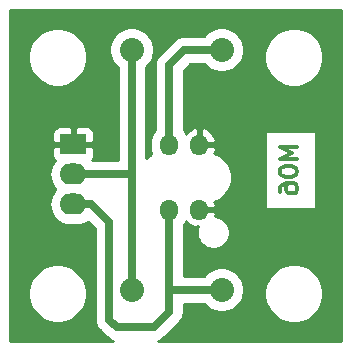
<source format=gbr>
%TF.GenerationSoftware,KiCad,Pcbnew,(5.1.10)-1*%
%TF.CreationDate,2021-10-24T18:36:42-03:00*%
%TF.ProjectId,Modulo_seguidor1,4d6f6475-6c6f-45f7-9365-677569646f72,rev?*%
%TF.SameCoordinates,Original*%
%TF.FileFunction,Copper,L2,Bot*%
%TF.FilePolarity,Positive*%
%FSLAX46Y46*%
G04 Gerber Fmt 4.6, Leading zero omitted, Abs format (unit mm)*
G04 Created by KiCad (PCBNEW (5.1.10)-1) date 2021-10-24 18:36:42*
%MOMM*%
%LPD*%
G01*
G04 APERTURE LIST*
%TA.AperFunction,NonConductor*%
%ADD10C,0.300000*%
%TD*%
%TA.AperFunction,ComponentPad*%
%ADD11O,2.032000X2.032000*%
%TD*%
%TA.AperFunction,ComponentPad*%
%ADD12C,2.032000*%
%TD*%
%TA.AperFunction,ComponentPad*%
%ADD13O,1.524000X1.778000*%
%TD*%
%TA.AperFunction,ComponentPad*%
%ADD14R,2.286000X1.778000*%
%TD*%
%TA.AperFunction,ComponentPad*%
%ADD15O,2.286000X1.778000*%
%TD*%
%TA.AperFunction,Conductor*%
%ADD16C,0.635000*%
%TD*%
%TA.AperFunction,Conductor*%
%ADD17C,0.254000*%
%TD*%
%TA.AperFunction,Conductor*%
%ADD18C,0.100000*%
%TD*%
G04 APERTURE END LIST*
D10*
X135298571Y-87606428D02*
X133798571Y-87606428D01*
X134870000Y-88106428D01*
X133798571Y-88606428D01*
X135298571Y-88606428D01*
X133798571Y-89606428D02*
X133798571Y-89749285D01*
X133870000Y-89892142D01*
X133941428Y-89963571D01*
X134084285Y-90035000D01*
X134370000Y-90106428D01*
X134727142Y-90106428D01*
X135012857Y-90035000D01*
X135155714Y-89963571D01*
X135227142Y-89892142D01*
X135298571Y-89749285D01*
X135298571Y-89606428D01*
X135227142Y-89463571D01*
X135155714Y-89392142D01*
X135012857Y-89320714D01*
X134727142Y-89249285D01*
X134370000Y-89249285D01*
X134084285Y-89320714D01*
X133941428Y-89392142D01*
X133870000Y-89463571D01*
X133798571Y-89606428D01*
X133798571Y-91392142D02*
X133798571Y-91106428D01*
X133870000Y-90963571D01*
X133941428Y-90892142D01*
X134155714Y-90749285D01*
X134441428Y-90677857D01*
X135012857Y-90677857D01*
X135155714Y-90749285D01*
X135227142Y-90820714D01*
X135298571Y-90963571D01*
X135298571Y-91249285D01*
X135227142Y-91392142D01*
X135155714Y-91463571D01*
X135012857Y-91535000D01*
X134655714Y-91535000D01*
X134512857Y-91463571D01*
X134441428Y-91392142D01*
X134370000Y-91249285D01*
X134370000Y-90963571D01*
X134441428Y-90820714D01*
X134512857Y-90749285D01*
X134655714Y-90677857D01*
D11*
%TO.P,R2,2*%
%TO.N,Net-(P1-Pad3)*%
X128905000Y-99695000D03*
D12*
%TO.P,R2,1*%
%TO.N,Net-(P1-Pad2)*%
X121285000Y-99695000D03*
%TD*%
D13*
%TO.P,U1,CATH*%
%TO.N,GND*%
X127000000Y-87420000D03*
%TO.P,U1,A*%
%TO.N,Net-(R1-Pad2)*%
X124460000Y-87420000D03*
%TO.P,U1,E*%
%TO.N,GND*%
X127000000Y-92920000D03*
%TO.P,U1,COLL*%
%TO.N,Net-(P1-Pad3)*%
X124460000Y-92920000D03*
%TD*%
D11*
%TO.P,R1,2*%
%TO.N,Net-(R1-Pad2)*%
X128905000Y-79375000D03*
D12*
%TO.P,R1,1*%
%TO.N,Net-(P1-Pad2)*%
X121285000Y-79375000D03*
%TD*%
D14*
%TO.P,P1,1*%
%TO.N,GND*%
X116332000Y-87376000D03*
D15*
%TO.P,P1,2*%
%TO.N,Net-(P1-Pad2)*%
X116332000Y-89916000D03*
%TO.P,P1,3*%
%TO.N,Net-(P1-Pad3)*%
X116332000Y-92456000D03*
%TD*%
D16*
%TO.N,Net-(P1-Pad2)*%
X121031000Y-89916000D02*
X121285000Y-90170000D01*
X116332000Y-89916000D02*
X121031000Y-89916000D01*
X121285000Y-90170000D02*
X121285000Y-79375000D01*
X121285000Y-99695000D02*
X121285000Y-90170000D01*
%TO.N,Net-(P1-Pad3)*%
X124460000Y-92920000D02*
X124460000Y-99695000D01*
X124460000Y-99695000D02*
X128905000Y-99695000D01*
X124460000Y-101600000D02*
X124460000Y-99695000D01*
X123190000Y-102870000D02*
X124460000Y-101600000D01*
X120015000Y-102870000D02*
X123190000Y-102870000D01*
X119380000Y-102235000D02*
X120015000Y-102870000D01*
X119380000Y-93980000D02*
X119380000Y-102235000D01*
X117856000Y-92456000D02*
X119380000Y-93980000D01*
X116332000Y-92456000D02*
X117856000Y-92456000D01*
%TO.N,Net-(R1-Pad2)*%
X124460000Y-87420000D02*
X124460000Y-80645000D01*
X125730000Y-79375000D02*
X128905000Y-79375000D01*
X124460000Y-80645000D02*
X125730000Y-79375000D01*
%TD*%
D17*
%TO.N,GND*%
X139036001Y-104036000D02*
X123502474Y-104036000D01*
X123653941Y-103990053D01*
X123863538Y-103878021D01*
X124047252Y-103727252D01*
X124085034Y-103681214D01*
X125271220Y-102495029D01*
X125317252Y-102457252D01*
X125468021Y-102273538D01*
X125580053Y-102063941D01*
X125649042Y-101836515D01*
X125666500Y-101659263D01*
X125666500Y-101659262D01*
X125672337Y-101600001D01*
X125666500Y-101540740D01*
X125666500Y-100901500D01*
X127420034Y-100901500D01*
X127425290Y-100909366D01*
X127690634Y-101174710D01*
X128002644Y-101383189D01*
X128349332Y-101526791D01*
X128717374Y-101600000D01*
X129092626Y-101600000D01*
X129460668Y-101526791D01*
X129807356Y-101383189D01*
X130119366Y-101174710D01*
X130384710Y-100909366D01*
X130593189Y-100597356D01*
X130736791Y-100250668D01*
X130810000Y-99882626D01*
X130810000Y-99754855D01*
X132511000Y-99754855D01*
X132511000Y-100245145D01*
X132606651Y-100726014D01*
X132794277Y-101178984D01*
X133066668Y-101586645D01*
X133413355Y-101933332D01*
X133821016Y-102205723D01*
X134273986Y-102393349D01*
X134754855Y-102489000D01*
X135245145Y-102489000D01*
X135726014Y-102393349D01*
X136178984Y-102205723D01*
X136586645Y-101933332D01*
X136933332Y-101586645D01*
X137205723Y-101178984D01*
X137393349Y-100726014D01*
X137489000Y-100245145D01*
X137489000Y-99754855D01*
X137393349Y-99273986D01*
X137205723Y-98821016D01*
X136933332Y-98413355D01*
X136586645Y-98066668D01*
X136178984Y-97794277D01*
X135726014Y-97606651D01*
X135245145Y-97511000D01*
X134754855Y-97511000D01*
X134273986Y-97606651D01*
X133821016Y-97794277D01*
X133413355Y-98066668D01*
X133066668Y-98413355D01*
X132794277Y-98821016D01*
X132606651Y-99273986D01*
X132511000Y-99754855D01*
X130810000Y-99754855D01*
X130810000Y-99507374D01*
X130736791Y-99139332D01*
X130593189Y-98792644D01*
X130384710Y-98480634D01*
X130119366Y-98215290D01*
X129807356Y-98006811D01*
X129460668Y-97863209D01*
X129092626Y-97790000D01*
X128717374Y-97790000D01*
X128349332Y-97863209D01*
X128002644Y-98006811D01*
X127690634Y-98215290D01*
X127425290Y-98480634D01*
X127420034Y-98488500D01*
X125666500Y-98488500D01*
X125666500Y-94179362D01*
X125839398Y-93968684D01*
X125886834Y-93879937D01*
X125974151Y-93995285D01*
X126178864Y-94177197D01*
X126415132Y-94315676D01*
X126656930Y-94401220D01*
X126872998Y-94278721D01*
X126872998Y-94345749D01*
X126844378Y-94414844D01*
X126791000Y-94683195D01*
X126791000Y-94956805D01*
X126844378Y-95225156D01*
X126949084Y-95477938D01*
X127101093Y-95705436D01*
X127294564Y-95898907D01*
X127522062Y-96050916D01*
X127774844Y-96155622D01*
X128043195Y-96209000D01*
X128316805Y-96209000D01*
X128585156Y-96155622D01*
X128837938Y-96050916D01*
X129065436Y-95898907D01*
X129258907Y-95705436D01*
X129410916Y-95477938D01*
X129515622Y-95225156D01*
X129569000Y-94956805D01*
X129569000Y-94683195D01*
X129515622Y-94414844D01*
X129410916Y-94162062D01*
X129258907Y-93934564D01*
X129065436Y-93741093D01*
X128837938Y-93589084D01*
X128585156Y-93484378D01*
X128335647Y-93434748D01*
X128379801Y-93265539D01*
X128238250Y-93047000D01*
X127127000Y-93047000D01*
X127127000Y-93067000D01*
X126873000Y-93067000D01*
X126873000Y-93047000D01*
X126853000Y-93047000D01*
X126853000Y-92793000D01*
X126873000Y-92793000D01*
X126873000Y-92773000D01*
X127127000Y-92773000D01*
X127127000Y-92793000D01*
X128238250Y-92793000D01*
X128379801Y-92574461D01*
X128310654Y-92309474D01*
X128267772Y-92221064D01*
X128643197Y-92065557D01*
X128993533Y-91831470D01*
X129291470Y-91533533D01*
X129525557Y-91183197D01*
X129686800Y-90793923D01*
X129769000Y-90380673D01*
X129769000Y-89959327D01*
X129686800Y-89546077D01*
X129525557Y-89156803D01*
X129291470Y-88806467D01*
X128993533Y-88508530D01*
X128643197Y-88274443D01*
X128267772Y-88118936D01*
X128310654Y-88030526D01*
X128379801Y-87765539D01*
X128238250Y-87547000D01*
X127127000Y-87547000D01*
X127127000Y-87567000D01*
X126873000Y-87567000D01*
X126873000Y-87547000D01*
X126853000Y-87547000D01*
X126853000Y-87293000D01*
X126873000Y-87293000D01*
X126873000Y-86061280D01*
X127127000Y-86061280D01*
X127127000Y-87293000D01*
X128238250Y-87293000D01*
X128379801Y-87074461D01*
X128310654Y-86809474D01*
X128191139Y-86563069D01*
X128025849Y-86344715D01*
X127874570Y-86210285D01*
X132576000Y-86210285D01*
X132576000Y-92859714D01*
X136904000Y-92859714D01*
X136904000Y-86210285D01*
X132576000Y-86210285D01*
X127874570Y-86210285D01*
X127821136Y-86162803D01*
X127584868Y-86024324D01*
X127343070Y-85938780D01*
X127127000Y-86061280D01*
X126873000Y-86061280D01*
X126656930Y-85938780D01*
X126415132Y-86024324D01*
X126178864Y-86162803D01*
X125974151Y-86344715D01*
X125886834Y-86460063D01*
X125839398Y-86371316D01*
X125666500Y-86160638D01*
X125666500Y-81144748D01*
X126229749Y-80581500D01*
X127420034Y-80581500D01*
X127425290Y-80589366D01*
X127690634Y-80854710D01*
X128002644Y-81063189D01*
X128349332Y-81206791D01*
X128717374Y-81280000D01*
X129092626Y-81280000D01*
X129460668Y-81206791D01*
X129807356Y-81063189D01*
X130119366Y-80854710D01*
X130384710Y-80589366D01*
X130593189Y-80277356D01*
X130736791Y-79930668D01*
X130771762Y-79754855D01*
X132511000Y-79754855D01*
X132511000Y-80245145D01*
X132606651Y-80726014D01*
X132794277Y-81178984D01*
X133066668Y-81586645D01*
X133413355Y-81933332D01*
X133821016Y-82205723D01*
X134273986Y-82393349D01*
X134754855Y-82489000D01*
X135245145Y-82489000D01*
X135726014Y-82393349D01*
X136178984Y-82205723D01*
X136586645Y-81933332D01*
X136933332Y-81586645D01*
X137205723Y-81178984D01*
X137393349Y-80726014D01*
X137489000Y-80245145D01*
X137489000Y-79754855D01*
X137393349Y-79273986D01*
X137205723Y-78821016D01*
X136933332Y-78413355D01*
X136586645Y-78066668D01*
X136178984Y-77794277D01*
X135726014Y-77606651D01*
X135245145Y-77511000D01*
X134754855Y-77511000D01*
X134273986Y-77606651D01*
X133821016Y-77794277D01*
X133413355Y-78066668D01*
X133066668Y-78413355D01*
X132794277Y-78821016D01*
X132606651Y-79273986D01*
X132511000Y-79754855D01*
X130771762Y-79754855D01*
X130810000Y-79562626D01*
X130810000Y-79187374D01*
X130736791Y-78819332D01*
X130593189Y-78472644D01*
X130384710Y-78160634D01*
X130119366Y-77895290D01*
X129807356Y-77686811D01*
X129460668Y-77543209D01*
X129092626Y-77470000D01*
X128717374Y-77470000D01*
X128349332Y-77543209D01*
X128002644Y-77686811D01*
X127690634Y-77895290D01*
X127425290Y-78160634D01*
X127420034Y-78168500D01*
X125789260Y-78168500D01*
X125729999Y-78162663D01*
X125670738Y-78168500D01*
X125670737Y-78168500D01*
X125493485Y-78185958D01*
X125266059Y-78254947D01*
X125056462Y-78366979D01*
X124872748Y-78517748D01*
X124834970Y-78563781D01*
X123648782Y-79749970D01*
X123602749Y-79787748D01*
X123564971Y-79833781D01*
X123451979Y-79971462D01*
X123339948Y-80181059D01*
X123270959Y-80408485D01*
X123247663Y-80645000D01*
X123253501Y-80704271D01*
X123253500Y-86160638D01*
X123080602Y-86371317D01*
X122927295Y-86658134D01*
X122832889Y-86969348D01*
X122809000Y-87211897D01*
X122809000Y-87628104D01*
X122832889Y-87870653D01*
X122927295Y-88181867D01*
X122947779Y-88220191D01*
X122816803Y-88274443D01*
X122491500Y-88491803D01*
X122491500Y-80859966D01*
X122499366Y-80854710D01*
X122764710Y-80589366D01*
X122973189Y-80277356D01*
X123116791Y-79930668D01*
X123190000Y-79562626D01*
X123190000Y-79187374D01*
X123116791Y-78819332D01*
X122973189Y-78472644D01*
X122764710Y-78160634D01*
X122499366Y-77895290D01*
X122187356Y-77686811D01*
X121840668Y-77543209D01*
X121472626Y-77470000D01*
X121097374Y-77470000D01*
X120729332Y-77543209D01*
X120382644Y-77686811D01*
X120070634Y-77895290D01*
X119805290Y-78160634D01*
X119596811Y-78472644D01*
X119453209Y-78819332D01*
X119380000Y-79187374D01*
X119380000Y-79562626D01*
X119453209Y-79930668D01*
X119596811Y-80277356D01*
X119805290Y-80589366D01*
X120070634Y-80854710D01*
X120078501Y-80859966D01*
X120078500Y-88709500D01*
X117931671Y-88709500D01*
X118005537Y-88619494D01*
X118064502Y-88509180D01*
X118100812Y-88389482D01*
X118113072Y-88265000D01*
X118110000Y-87661750D01*
X117951250Y-87503000D01*
X116459000Y-87503000D01*
X116459000Y-87523000D01*
X116205000Y-87523000D01*
X116205000Y-87503000D01*
X114712750Y-87503000D01*
X114554000Y-87661750D01*
X114550928Y-88265000D01*
X114563188Y-88389482D01*
X114599498Y-88509180D01*
X114658463Y-88619494D01*
X114737815Y-88716185D01*
X114752605Y-88728323D01*
X114592495Y-88923417D01*
X114427395Y-89232297D01*
X114325727Y-89567451D01*
X114291398Y-89916000D01*
X114325727Y-90264549D01*
X114427395Y-90599703D01*
X114592495Y-90908583D01*
X114814682Y-91179318D01*
X114822824Y-91186000D01*
X114814682Y-91192682D01*
X114592495Y-91463417D01*
X114427395Y-91772297D01*
X114325727Y-92107451D01*
X114291398Y-92456000D01*
X114325727Y-92804549D01*
X114427395Y-93139703D01*
X114592495Y-93448583D01*
X114814682Y-93719318D01*
X115085417Y-93941505D01*
X115394297Y-94106605D01*
X115729451Y-94208273D01*
X115990662Y-94234000D01*
X116673338Y-94234000D01*
X116934549Y-94208273D01*
X117269703Y-94106605D01*
X117578583Y-93941505D01*
X117609711Y-93915959D01*
X118173500Y-94479749D01*
X118173501Y-102175729D01*
X118167663Y-102235000D01*
X118190959Y-102471515D01*
X118259948Y-102698941D01*
X118371979Y-102908538D01*
X118483823Y-103044821D01*
X118522749Y-103092252D01*
X118568783Y-103130031D01*
X119119961Y-103681208D01*
X119157748Y-103727252D01*
X119341462Y-103878021D01*
X119551059Y-103990053D01*
X119702526Y-104036000D01*
X110964000Y-104036000D01*
X110964000Y-99754855D01*
X112511000Y-99754855D01*
X112511000Y-100245145D01*
X112606651Y-100726014D01*
X112794277Y-101178984D01*
X113066668Y-101586645D01*
X113413355Y-101933332D01*
X113821016Y-102205723D01*
X114273986Y-102393349D01*
X114754855Y-102489000D01*
X115245145Y-102489000D01*
X115726014Y-102393349D01*
X116178984Y-102205723D01*
X116586645Y-101933332D01*
X116933332Y-101586645D01*
X117205723Y-101178984D01*
X117393349Y-100726014D01*
X117489000Y-100245145D01*
X117489000Y-99754855D01*
X117393349Y-99273986D01*
X117205723Y-98821016D01*
X116933332Y-98413355D01*
X116586645Y-98066668D01*
X116178984Y-97794277D01*
X115726014Y-97606651D01*
X115245145Y-97511000D01*
X114754855Y-97511000D01*
X114273986Y-97606651D01*
X113821016Y-97794277D01*
X113413355Y-98066668D01*
X113066668Y-98413355D01*
X112794277Y-98821016D01*
X112606651Y-99273986D01*
X112511000Y-99754855D01*
X110964000Y-99754855D01*
X110964000Y-86487000D01*
X114550928Y-86487000D01*
X114554000Y-87090250D01*
X114712750Y-87249000D01*
X116205000Y-87249000D01*
X116205000Y-86010750D01*
X116459000Y-86010750D01*
X116459000Y-87249000D01*
X117951250Y-87249000D01*
X118110000Y-87090250D01*
X118113072Y-86487000D01*
X118100812Y-86362518D01*
X118064502Y-86242820D01*
X118005537Y-86132506D01*
X117926185Y-86035815D01*
X117829494Y-85956463D01*
X117719180Y-85897498D01*
X117599482Y-85861188D01*
X117475000Y-85848928D01*
X116617750Y-85852000D01*
X116459000Y-86010750D01*
X116205000Y-86010750D01*
X116046250Y-85852000D01*
X115189000Y-85848928D01*
X115064518Y-85861188D01*
X114944820Y-85897498D01*
X114834506Y-85956463D01*
X114737815Y-86035815D01*
X114658463Y-86132506D01*
X114599498Y-86242820D01*
X114563188Y-86362518D01*
X114550928Y-86487000D01*
X110964000Y-86487000D01*
X110964000Y-79754855D01*
X112511000Y-79754855D01*
X112511000Y-80245145D01*
X112606651Y-80726014D01*
X112794277Y-81178984D01*
X113066668Y-81586645D01*
X113413355Y-81933332D01*
X113821016Y-82205723D01*
X114273986Y-82393349D01*
X114754855Y-82489000D01*
X115245145Y-82489000D01*
X115726014Y-82393349D01*
X116178984Y-82205723D01*
X116586645Y-81933332D01*
X116933332Y-81586645D01*
X117205723Y-81178984D01*
X117393349Y-80726014D01*
X117489000Y-80245145D01*
X117489000Y-79754855D01*
X117393349Y-79273986D01*
X117205723Y-78821016D01*
X116933332Y-78413355D01*
X116586645Y-78066668D01*
X116178984Y-77794277D01*
X115726014Y-77606651D01*
X115245145Y-77511000D01*
X114754855Y-77511000D01*
X114273986Y-77606651D01*
X113821016Y-77794277D01*
X113413355Y-78066668D01*
X113066668Y-78413355D01*
X112794277Y-78821016D01*
X112606651Y-79273986D01*
X112511000Y-79754855D01*
X110964000Y-79754855D01*
X110964000Y-75964000D01*
X139036000Y-75964000D01*
X139036001Y-104036000D01*
%TA.AperFunction,Conductor*%
D18*
G36*
X139036001Y-104036000D02*
G01*
X123502474Y-104036000D01*
X123653941Y-103990053D01*
X123863538Y-103878021D01*
X124047252Y-103727252D01*
X124085034Y-103681214D01*
X125271220Y-102495029D01*
X125317252Y-102457252D01*
X125468021Y-102273538D01*
X125580053Y-102063941D01*
X125649042Y-101836515D01*
X125666500Y-101659263D01*
X125666500Y-101659262D01*
X125672337Y-101600001D01*
X125666500Y-101540740D01*
X125666500Y-100901500D01*
X127420034Y-100901500D01*
X127425290Y-100909366D01*
X127690634Y-101174710D01*
X128002644Y-101383189D01*
X128349332Y-101526791D01*
X128717374Y-101600000D01*
X129092626Y-101600000D01*
X129460668Y-101526791D01*
X129807356Y-101383189D01*
X130119366Y-101174710D01*
X130384710Y-100909366D01*
X130593189Y-100597356D01*
X130736791Y-100250668D01*
X130810000Y-99882626D01*
X130810000Y-99754855D01*
X132511000Y-99754855D01*
X132511000Y-100245145D01*
X132606651Y-100726014D01*
X132794277Y-101178984D01*
X133066668Y-101586645D01*
X133413355Y-101933332D01*
X133821016Y-102205723D01*
X134273986Y-102393349D01*
X134754855Y-102489000D01*
X135245145Y-102489000D01*
X135726014Y-102393349D01*
X136178984Y-102205723D01*
X136586645Y-101933332D01*
X136933332Y-101586645D01*
X137205723Y-101178984D01*
X137393349Y-100726014D01*
X137489000Y-100245145D01*
X137489000Y-99754855D01*
X137393349Y-99273986D01*
X137205723Y-98821016D01*
X136933332Y-98413355D01*
X136586645Y-98066668D01*
X136178984Y-97794277D01*
X135726014Y-97606651D01*
X135245145Y-97511000D01*
X134754855Y-97511000D01*
X134273986Y-97606651D01*
X133821016Y-97794277D01*
X133413355Y-98066668D01*
X133066668Y-98413355D01*
X132794277Y-98821016D01*
X132606651Y-99273986D01*
X132511000Y-99754855D01*
X130810000Y-99754855D01*
X130810000Y-99507374D01*
X130736791Y-99139332D01*
X130593189Y-98792644D01*
X130384710Y-98480634D01*
X130119366Y-98215290D01*
X129807356Y-98006811D01*
X129460668Y-97863209D01*
X129092626Y-97790000D01*
X128717374Y-97790000D01*
X128349332Y-97863209D01*
X128002644Y-98006811D01*
X127690634Y-98215290D01*
X127425290Y-98480634D01*
X127420034Y-98488500D01*
X125666500Y-98488500D01*
X125666500Y-94179362D01*
X125839398Y-93968684D01*
X125886834Y-93879937D01*
X125974151Y-93995285D01*
X126178864Y-94177197D01*
X126415132Y-94315676D01*
X126656930Y-94401220D01*
X126872998Y-94278721D01*
X126872998Y-94345749D01*
X126844378Y-94414844D01*
X126791000Y-94683195D01*
X126791000Y-94956805D01*
X126844378Y-95225156D01*
X126949084Y-95477938D01*
X127101093Y-95705436D01*
X127294564Y-95898907D01*
X127522062Y-96050916D01*
X127774844Y-96155622D01*
X128043195Y-96209000D01*
X128316805Y-96209000D01*
X128585156Y-96155622D01*
X128837938Y-96050916D01*
X129065436Y-95898907D01*
X129258907Y-95705436D01*
X129410916Y-95477938D01*
X129515622Y-95225156D01*
X129569000Y-94956805D01*
X129569000Y-94683195D01*
X129515622Y-94414844D01*
X129410916Y-94162062D01*
X129258907Y-93934564D01*
X129065436Y-93741093D01*
X128837938Y-93589084D01*
X128585156Y-93484378D01*
X128335647Y-93434748D01*
X128379801Y-93265539D01*
X128238250Y-93047000D01*
X127127000Y-93047000D01*
X127127000Y-93067000D01*
X126873000Y-93067000D01*
X126873000Y-93047000D01*
X126853000Y-93047000D01*
X126853000Y-92793000D01*
X126873000Y-92793000D01*
X126873000Y-92773000D01*
X127127000Y-92773000D01*
X127127000Y-92793000D01*
X128238250Y-92793000D01*
X128379801Y-92574461D01*
X128310654Y-92309474D01*
X128267772Y-92221064D01*
X128643197Y-92065557D01*
X128993533Y-91831470D01*
X129291470Y-91533533D01*
X129525557Y-91183197D01*
X129686800Y-90793923D01*
X129769000Y-90380673D01*
X129769000Y-89959327D01*
X129686800Y-89546077D01*
X129525557Y-89156803D01*
X129291470Y-88806467D01*
X128993533Y-88508530D01*
X128643197Y-88274443D01*
X128267772Y-88118936D01*
X128310654Y-88030526D01*
X128379801Y-87765539D01*
X128238250Y-87547000D01*
X127127000Y-87547000D01*
X127127000Y-87567000D01*
X126873000Y-87567000D01*
X126873000Y-87547000D01*
X126853000Y-87547000D01*
X126853000Y-87293000D01*
X126873000Y-87293000D01*
X126873000Y-86061280D01*
X127127000Y-86061280D01*
X127127000Y-87293000D01*
X128238250Y-87293000D01*
X128379801Y-87074461D01*
X128310654Y-86809474D01*
X128191139Y-86563069D01*
X128025849Y-86344715D01*
X127874570Y-86210285D01*
X132576000Y-86210285D01*
X132576000Y-92859714D01*
X136904000Y-92859714D01*
X136904000Y-86210285D01*
X132576000Y-86210285D01*
X127874570Y-86210285D01*
X127821136Y-86162803D01*
X127584868Y-86024324D01*
X127343070Y-85938780D01*
X127127000Y-86061280D01*
X126873000Y-86061280D01*
X126656930Y-85938780D01*
X126415132Y-86024324D01*
X126178864Y-86162803D01*
X125974151Y-86344715D01*
X125886834Y-86460063D01*
X125839398Y-86371316D01*
X125666500Y-86160638D01*
X125666500Y-81144748D01*
X126229749Y-80581500D01*
X127420034Y-80581500D01*
X127425290Y-80589366D01*
X127690634Y-80854710D01*
X128002644Y-81063189D01*
X128349332Y-81206791D01*
X128717374Y-81280000D01*
X129092626Y-81280000D01*
X129460668Y-81206791D01*
X129807356Y-81063189D01*
X130119366Y-80854710D01*
X130384710Y-80589366D01*
X130593189Y-80277356D01*
X130736791Y-79930668D01*
X130771762Y-79754855D01*
X132511000Y-79754855D01*
X132511000Y-80245145D01*
X132606651Y-80726014D01*
X132794277Y-81178984D01*
X133066668Y-81586645D01*
X133413355Y-81933332D01*
X133821016Y-82205723D01*
X134273986Y-82393349D01*
X134754855Y-82489000D01*
X135245145Y-82489000D01*
X135726014Y-82393349D01*
X136178984Y-82205723D01*
X136586645Y-81933332D01*
X136933332Y-81586645D01*
X137205723Y-81178984D01*
X137393349Y-80726014D01*
X137489000Y-80245145D01*
X137489000Y-79754855D01*
X137393349Y-79273986D01*
X137205723Y-78821016D01*
X136933332Y-78413355D01*
X136586645Y-78066668D01*
X136178984Y-77794277D01*
X135726014Y-77606651D01*
X135245145Y-77511000D01*
X134754855Y-77511000D01*
X134273986Y-77606651D01*
X133821016Y-77794277D01*
X133413355Y-78066668D01*
X133066668Y-78413355D01*
X132794277Y-78821016D01*
X132606651Y-79273986D01*
X132511000Y-79754855D01*
X130771762Y-79754855D01*
X130810000Y-79562626D01*
X130810000Y-79187374D01*
X130736791Y-78819332D01*
X130593189Y-78472644D01*
X130384710Y-78160634D01*
X130119366Y-77895290D01*
X129807356Y-77686811D01*
X129460668Y-77543209D01*
X129092626Y-77470000D01*
X128717374Y-77470000D01*
X128349332Y-77543209D01*
X128002644Y-77686811D01*
X127690634Y-77895290D01*
X127425290Y-78160634D01*
X127420034Y-78168500D01*
X125789260Y-78168500D01*
X125729999Y-78162663D01*
X125670738Y-78168500D01*
X125670737Y-78168500D01*
X125493485Y-78185958D01*
X125266059Y-78254947D01*
X125056462Y-78366979D01*
X124872748Y-78517748D01*
X124834970Y-78563781D01*
X123648782Y-79749970D01*
X123602749Y-79787748D01*
X123564971Y-79833781D01*
X123451979Y-79971462D01*
X123339948Y-80181059D01*
X123270959Y-80408485D01*
X123247663Y-80645000D01*
X123253501Y-80704271D01*
X123253500Y-86160638D01*
X123080602Y-86371317D01*
X122927295Y-86658134D01*
X122832889Y-86969348D01*
X122809000Y-87211897D01*
X122809000Y-87628104D01*
X122832889Y-87870653D01*
X122927295Y-88181867D01*
X122947779Y-88220191D01*
X122816803Y-88274443D01*
X122491500Y-88491803D01*
X122491500Y-80859966D01*
X122499366Y-80854710D01*
X122764710Y-80589366D01*
X122973189Y-80277356D01*
X123116791Y-79930668D01*
X123190000Y-79562626D01*
X123190000Y-79187374D01*
X123116791Y-78819332D01*
X122973189Y-78472644D01*
X122764710Y-78160634D01*
X122499366Y-77895290D01*
X122187356Y-77686811D01*
X121840668Y-77543209D01*
X121472626Y-77470000D01*
X121097374Y-77470000D01*
X120729332Y-77543209D01*
X120382644Y-77686811D01*
X120070634Y-77895290D01*
X119805290Y-78160634D01*
X119596811Y-78472644D01*
X119453209Y-78819332D01*
X119380000Y-79187374D01*
X119380000Y-79562626D01*
X119453209Y-79930668D01*
X119596811Y-80277356D01*
X119805290Y-80589366D01*
X120070634Y-80854710D01*
X120078501Y-80859966D01*
X120078500Y-88709500D01*
X117931671Y-88709500D01*
X118005537Y-88619494D01*
X118064502Y-88509180D01*
X118100812Y-88389482D01*
X118113072Y-88265000D01*
X118110000Y-87661750D01*
X117951250Y-87503000D01*
X116459000Y-87503000D01*
X116459000Y-87523000D01*
X116205000Y-87523000D01*
X116205000Y-87503000D01*
X114712750Y-87503000D01*
X114554000Y-87661750D01*
X114550928Y-88265000D01*
X114563188Y-88389482D01*
X114599498Y-88509180D01*
X114658463Y-88619494D01*
X114737815Y-88716185D01*
X114752605Y-88728323D01*
X114592495Y-88923417D01*
X114427395Y-89232297D01*
X114325727Y-89567451D01*
X114291398Y-89916000D01*
X114325727Y-90264549D01*
X114427395Y-90599703D01*
X114592495Y-90908583D01*
X114814682Y-91179318D01*
X114822824Y-91186000D01*
X114814682Y-91192682D01*
X114592495Y-91463417D01*
X114427395Y-91772297D01*
X114325727Y-92107451D01*
X114291398Y-92456000D01*
X114325727Y-92804549D01*
X114427395Y-93139703D01*
X114592495Y-93448583D01*
X114814682Y-93719318D01*
X115085417Y-93941505D01*
X115394297Y-94106605D01*
X115729451Y-94208273D01*
X115990662Y-94234000D01*
X116673338Y-94234000D01*
X116934549Y-94208273D01*
X117269703Y-94106605D01*
X117578583Y-93941505D01*
X117609711Y-93915959D01*
X118173500Y-94479749D01*
X118173501Y-102175729D01*
X118167663Y-102235000D01*
X118190959Y-102471515D01*
X118259948Y-102698941D01*
X118371979Y-102908538D01*
X118483823Y-103044821D01*
X118522749Y-103092252D01*
X118568783Y-103130031D01*
X119119961Y-103681208D01*
X119157748Y-103727252D01*
X119341462Y-103878021D01*
X119551059Y-103990053D01*
X119702526Y-104036000D01*
X110964000Y-104036000D01*
X110964000Y-99754855D01*
X112511000Y-99754855D01*
X112511000Y-100245145D01*
X112606651Y-100726014D01*
X112794277Y-101178984D01*
X113066668Y-101586645D01*
X113413355Y-101933332D01*
X113821016Y-102205723D01*
X114273986Y-102393349D01*
X114754855Y-102489000D01*
X115245145Y-102489000D01*
X115726014Y-102393349D01*
X116178984Y-102205723D01*
X116586645Y-101933332D01*
X116933332Y-101586645D01*
X117205723Y-101178984D01*
X117393349Y-100726014D01*
X117489000Y-100245145D01*
X117489000Y-99754855D01*
X117393349Y-99273986D01*
X117205723Y-98821016D01*
X116933332Y-98413355D01*
X116586645Y-98066668D01*
X116178984Y-97794277D01*
X115726014Y-97606651D01*
X115245145Y-97511000D01*
X114754855Y-97511000D01*
X114273986Y-97606651D01*
X113821016Y-97794277D01*
X113413355Y-98066668D01*
X113066668Y-98413355D01*
X112794277Y-98821016D01*
X112606651Y-99273986D01*
X112511000Y-99754855D01*
X110964000Y-99754855D01*
X110964000Y-86487000D01*
X114550928Y-86487000D01*
X114554000Y-87090250D01*
X114712750Y-87249000D01*
X116205000Y-87249000D01*
X116205000Y-86010750D01*
X116459000Y-86010750D01*
X116459000Y-87249000D01*
X117951250Y-87249000D01*
X118110000Y-87090250D01*
X118113072Y-86487000D01*
X118100812Y-86362518D01*
X118064502Y-86242820D01*
X118005537Y-86132506D01*
X117926185Y-86035815D01*
X117829494Y-85956463D01*
X117719180Y-85897498D01*
X117599482Y-85861188D01*
X117475000Y-85848928D01*
X116617750Y-85852000D01*
X116459000Y-86010750D01*
X116205000Y-86010750D01*
X116046250Y-85852000D01*
X115189000Y-85848928D01*
X115064518Y-85861188D01*
X114944820Y-85897498D01*
X114834506Y-85956463D01*
X114737815Y-86035815D01*
X114658463Y-86132506D01*
X114599498Y-86242820D01*
X114563188Y-86362518D01*
X114550928Y-86487000D01*
X110964000Y-86487000D01*
X110964000Y-79754855D01*
X112511000Y-79754855D01*
X112511000Y-80245145D01*
X112606651Y-80726014D01*
X112794277Y-81178984D01*
X113066668Y-81586645D01*
X113413355Y-81933332D01*
X113821016Y-82205723D01*
X114273986Y-82393349D01*
X114754855Y-82489000D01*
X115245145Y-82489000D01*
X115726014Y-82393349D01*
X116178984Y-82205723D01*
X116586645Y-81933332D01*
X116933332Y-81586645D01*
X117205723Y-81178984D01*
X117393349Y-80726014D01*
X117489000Y-80245145D01*
X117489000Y-79754855D01*
X117393349Y-79273986D01*
X117205723Y-78821016D01*
X116933332Y-78413355D01*
X116586645Y-78066668D01*
X116178984Y-77794277D01*
X115726014Y-77606651D01*
X115245145Y-77511000D01*
X114754855Y-77511000D01*
X114273986Y-77606651D01*
X113821016Y-77794277D01*
X113413355Y-78066668D01*
X113066668Y-78413355D01*
X112794277Y-78821016D01*
X112606651Y-79273986D01*
X112511000Y-79754855D01*
X110964000Y-79754855D01*
X110964000Y-75964000D01*
X139036000Y-75964000D01*
X139036001Y-104036000D01*
G37*
%TD.AperFunction*%
%TD*%
M02*

</source>
